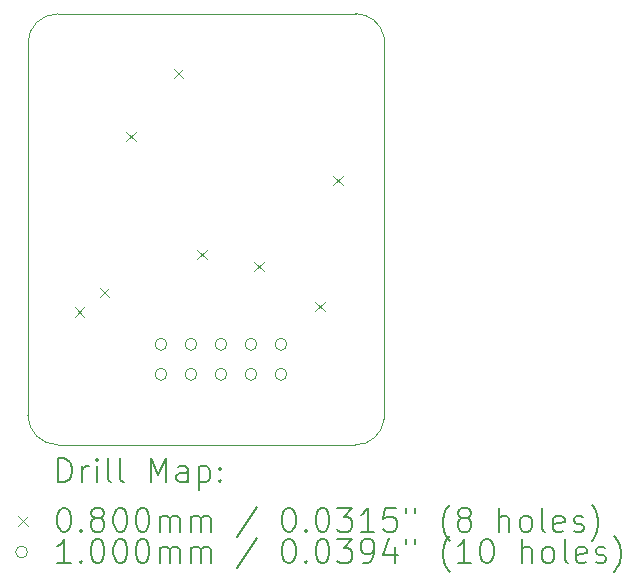
<source format=gbr>
%TF.GenerationSoftware,KiCad,Pcbnew,8.0.5*%
%TF.CreationDate,2024-11-27T14:21:57+01:00*%
%TF.ProjectId,TOF_PCB_COTE,544f465f-5043-4425-9f43-4f54452e6b69,rev?*%
%TF.SameCoordinates,Original*%
%TF.FileFunction,Drillmap*%
%TF.FilePolarity,Positive*%
%FSLAX45Y45*%
G04 Gerber Fmt 4.5, Leading zero omitted, Abs format (unit mm)*
G04 Created by KiCad (PCBNEW 8.0.5) date 2024-11-27 14:21:57*
%MOMM*%
%LPD*%
G01*
G04 APERTURE LIST*
%ADD10C,0.050000*%
%ADD11C,0.200000*%
%ADD12C,0.100000*%
G04 APERTURE END LIST*
D10*
X15100000Y-8100000D02*
G75*
G02*
X15339998Y-8295153I0J-245150D01*
G01*
X12325006Y-8350000D02*
G75*
G02*
X12576777Y-8101776I249984J-1760D01*
G01*
X15098223Y-11751777D02*
X12576777Y-11750006D01*
X12576777Y-8101777D02*
X15100000Y-8100000D01*
X12576777Y-11750006D02*
G75*
G02*
X12325000Y-11500000I3J251786D01*
G01*
X15340000Y-8295153D02*
X15340000Y-11535403D01*
X15340000Y-11535403D02*
G75*
G02*
X15098223Y-11751781I-241780J26893D01*
G01*
X12325000Y-11500000D02*
X12325000Y-8350000D01*
D11*
D12*
X12722500Y-10587500D02*
X12802500Y-10667500D01*
X12802500Y-10587500D02*
X12722500Y-10667500D01*
X12935000Y-10420000D02*
X13015000Y-10500000D01*
X13015000Y-10420000D02*
X12935000Y-10500000D01*
X13160000Y-9100000D02*
X13240000Y-9180000D01*
X13240000Y-9100000D02*
X13160000Y-9180000D01*
X13560000Y-8565000D02*
X13640000Y-8645000D01*
X13640000Y-8565000D02*
X13560000Y-8645000D01*
X13760754Y-10099246D02*
X13840754Y-10179246D01*
X13840754Y-10099246D02*
X13760754Y-10179246D01*
X14240000Y-10200000D02*
X14320000Y-10280000D01*
X14320000Y-10200000D02*
X14240000Y-10280000D01*
X14760000Y-10540000D02*
X14840000Y-10620000D01*
X14840000Y-10540000D02*
X14760000Y-10620000D01*
X14910000Y-9475000D02*
X14990000Y-9555000D01*
X14990000Y-9475000D02*
X14910000Y-9555000D01*
X13502000Y-10900000D02*
G75*
G02*
X13402000Y-10900000I-50000J0D01*
G01*
X13402000Y-10900000D02*
G75*
G02*
X13502000Y-10900000I50000J0D01*
G01*
X13502000Y-11154000D02*
G75*
G02*
X13402000Y-11154000I-50000J0D01*
G01*
X13402000Y-11154000D02*
G75*
G02*
X13502000Y-11154000I50000J0D01*
G01*
X13756000Y-10900000D02*
G75*
G02*
X13656000Y-10900000I-50000J0D01*
G01*
X13656000Y-10900000D02*
G75*
G02*
X13756000Y-10900000I50000J0D01*
G01*
X13756000Y-11154000D02*
G75*
G02*
X13656000Y-11154000I-50000J0D01*
G01*
X13656000Y-11154000D02*
G75*
G02*
X13756000Y-11154000I50000J0D01*
G01*
X14010000Y-10900000D02*
G75*
G02*
X13910000Y-10900000I-50000J0D01*
G01*
X13910000Y-10900000D02*
G75*
G02*
X14010000Y-10900000I50000J0D01*
G01*
X14010000Y-11154000D02*
G75*
G02*
X13910000Y-11154000I-50000J0D01*
G01*
X13910000Y-11154000D02*
G75*
G02*
X14010000Y-11154000I50000J0D01*
G01*
X14264000Y-10900000D02*
G75*
G02*
X14164000Y-10900000I-50000J0D01*
G01*
X14164000Y-10900000D02*
G75*
G02*
X14264000Y-10900000I50000J0D01*
G01*
X14264000Y-11154000D02*
G75*
G02*
X14164000Y-11154000I-50000J0D01*
G01*
X14164000Y-11154000D02*
G75*
G02*
X14264000Y-11154000I50000J0D01*
G01*
X14518000Y-10900000D02*
G75*
G02*
X14418000Y-10900000I-50000J0D01*
G01*
X14418000Y-10900000D02*
G75*
G02*
X14518000Y-10900000I50000J0D01*
G01*
X14518000Y-11154000D02*
G75*
G02*
X14418000Y-11154000I-50000J0D01*
G01*
X14418000Y-11154000D02*
G75*
G02*
X14518000Y-11154000I50000J0D01*
G01*
D11*
X12583277Y-12065760D02*
X12583277Y-11865760D01*
X12583277Y-11865760D02*
X12630896Y-11865760D01*
X12630896Y-11865760D02*
X12659467Y-11875284D01*
X12659467Y-11875284D02*
X12678515Y-11894332D01*
X12678515Y-11894332D02*
X12688039Y-11913379D01*
X12688039Y-11913379D02*
X12697562Y-11951475D01*
X12697562Y-11951475D02*
X12697562Y-11980046D01*
X12697562Y-11980046D02*
X12688039Y-12018141D01*
X12688039Y-12018141D02*
X12678515Y-12037189D01*
X12678515Y-12037189D02*
X12659467Y-12056237D01*
X12659467Y-12056237D02*
X12630896Y-12065760D01*
X12630896Y-12065760D02*
X12583277Y-12065760D01*
X12783277Y-12065760D02*
X12783277Y-11932427D01*
X12783277Y-11970522D02*
X12792801Y-11951475D01*
X12792801Y-11951475D02*
X12802324Y-11941951D01*
X12802324Y-11941951D02*
X12821372Y-11932427D01*
X12821372Y-11932427D02*
X12840420Y-11932427D01*
X12907086Y-12065760D02*
X12907086Y-11932427D01*
X12907086Y-11865760D02*
X12897562Y-11875284D01*
X12897562Y-11875284D02*
X12907086Y-11884808D01*
X12907086Y-11884808D02*
X12916610Y-11875284D01*
X12916610Y-11875284D02*
X12907086Y-11865760D01*
X12907086Y-11865760D02*
X12907086Y-11884808D01*
X13030896Y-12065760D02*
X13011848Y-12056237D01*
X13011848Y-12056237D02*
X13002324Y-12037189D01*
X13002324Y-12037189D02*
X13002324Y-11865760D01*
X13135658Y-12065760D02*
X13116610Y-12056237D01*
X13116610Y-12056237D02*
X13107086Y-12037189D01*
X13107086Y-12037189D02*
X13107086Y-11865760D01*
X13364229Y-12065760D02*
X13364229Y-11865760D01*
X13364229Y-11865760D02*
X13430896Y-12008618D01*
X13430896Y-12008618D02*
X13497562Y-11865760D01*
X13497562Y-11865760D02*
X13497562Y-12065760D01*
X13678515Y-12065760D02*
X13678515Y-11960999D01*
X13678515Y-11960999D02*
X13668991Y-11941951D01*
X13668991Y-11941951D02*
X13649943Y-11932427D01*
X13649943Y-11932427D02*
X13611848Y-11932427D01*
X13611848Y-11932427D02*
X13592801Y-11941951D01*
X13678515Y-12056237D02*
X13659467Y-12065760D01*
X13659467Y-12065760D02*
X13611848Y-12065760D01*
X13611848Y-12065760D02*
X13592801Y-12056237D01*
X13592801Y-12056237D02*
X13583277Y-12037189D01*
X13583277Y-12037189D02*
X13583277Y-12018141D01*
X13583277Y-12018141D02*
X13592801Y-11999094D01*
X13592801Y-11999094D02*
X13611848Y-11989570D01*
X13611848Y-11989570D02*
X13659467Y-11989570D01*
X13659467Y-11989570D02*
X13678515Y-11980046D01*
X13773753Y-11932427D02*
X13773753Y-12132427D01*
X13773753Y-11941951D02*
X13792801Y-11932427D01*
X13792801Y-11932427D02*
X13830896Y-11932427D01*
X13830896Y-11932427D02*
X13849943Y-11941951D01*
X13849943Y-11941951D02*
X13859467Y-11951475D01*
X13859467Y-11951475D02*
X13868991Y-11970522D01*
X13868991Y-11970522D02*
X13868991Y-12027665D01*
X13868991Y-12027665D02*
X13859467Y-12046713D01*
X13859467Y-12046713D02*
X13849943Y-12056237D01*
X13849943Y-12056237D02*
X13830896Y-12065760D01*
X13830896Y-12065760D02*
X13792801Y-12065760D01*
X13792801Y-12065760D02*
X13773753Y-12056237D01*
X13954705Y-12046713D02*
X13964229Y-12056237D01*
X13964229Y-12056237D02*
X13954705Y-12065760D01*
X13954705Y-12065760D02*
X13945182Y-12056237D01*
X13945182Y-12056237D02*
X13954705Y-12046713D01*
X13954705Y-12046713D02*
X13954705Y-12065760D01*
X13954705Y-11941951D02*
X13964229Y-11951475D01*
X13964229Y-11951475D02*
X13954705Y-11960999D01*
X13954705Y-11960999D02*
X13945182Y-11951475D01*
X13945182Y-11951475D02*
X13954705Y-11941951D01*
X13954705Y-11941951D02*
X13954705Y-11960999D01*
D12*
X12242500Y-12354277D02*
X12322500Y-12434277D01*
X12322500Y-12354277D02*
X12242500Y-12434277D01*
D11*
X12621372Y-12285760D02*
X12640420Y-12285760D01*
X12640420Y-12285760D02*
X12659467Y-12295284D01*
X12659467Y-12295284D02*
X12668991Y-12304808D01*
X12668991Y-12304808D02*
X12678515Y-12323856D01*
X12678515Y-12323856D02*
X12688039Y-12361951D01*
X12688039Y-12361951D02*
X12688039Y-12409570D01*
X12688039Y-12409570D02*
X12678515Y-12447665D01*
X12678515Y-12447665D02*
X12668991Y-12466713D01*
X12668991Y-12466713D02*
X12659467Y-12476237D01*
X12659467Y-12476237D02*
X12640420Y-12485760D01*
X12640420Y-12485760D02*
X12621372Y-12485760D01*
X12621372Y-12485760D02*
X12602324Y-12476237D01*
X12602324Y-12476237D02*
X12592801Y-12466713D01*
X12592801Y-12466713D02*
X12583277Y-12447665D01*
X12583277Y-12447665D02*
X12573753Y-12409570D01*
X12573753Y-12409570D02*
X12573753Y-12361951D01*
X12573753Y-12361951D02*
X12583277Y-12323856D01*
X12583277Y-12323856D02*
X12592801Y-12304808D01*
X12592801Y-12304808D02*
X12602324Y-12295284D01*
X12602324Y-12295284D02*
X12621372Y-12285760D01*
X12773753Y-12466713D02*
X12783277Y-12476237D01*
X12783277Y-12476237D02*
X12773753Y-12485760D01*
X12773753Y-12485760D02*
X12764229Y-12476237D01*
X12764229Y-12476237D02*
X12773753Y-12466713D01*
X12773753Y-12466713D02*
X12773753Y-12485760D01*
X12897562Y-12371475D02*
X12878515Y-12361951D01*
X12878515Y-12361951D02*
X12868991Y-12352427D01*
X12868991Y-12352427D02*
X12859467Y-12333379D01*
X12859467Y-12333379D02*
X12859467Y-12323856D01*
X12859467Y-12323856D02*
X12868991Y-12304808D01*
X12868991Y-12304808D02*
X12878515Y-12295284D01*
X12878515Y-12295284D02*
X12897562Y-12285760D01*
X12897562Y-12285760D02*
X12935658Y-12285760D01*
X12935658Y-12285760D02*
X12954705Y-12295284D01*
X12954705Y-12295284D02*
X12964229Y-12304808D01*
X12964229Y-12304808D02*
X12973753Y-12323856D01*
X12973753Y-12323856D02*
X12973753Y-12333379D01*
X12973753Y-12333379D02*
X12964229Y-12352427D01*
X12964229Y-12352427D02*
X12954705Y-12361951D01*
X12954705Y-12361951D02*
X12935658Y-12371475D01*
X12935658Y-12371475D02*
X12897562Y-12371475D01*
X12897562Y-12371475D02*
X12878515Y-12380999D01*
X12878515Y-12380999D02*
X12868991Y-12390522D01*
X12868991Y-12390522D02*
X12859467Y-12409570D01*
X12859467Y-12409570D02*
X12859467Y-12447665D01*
X12859467Y-12447665D02*
X12868991Y-12466713D01*
X12868991Y-12466713D02*
X12878515Y-12476237D01*
X12878515Y-12476237D02*
X12897562Y-12485760D01*
X12897562Y-12485760D02*
X12935658Y-12485760D01*
X12935658Y-12485760D02*
X12954705Y-12476237D01*
X12954705Y-12476237D02*
X12964229Y-12466713D01*
X12964229Y-12466713D02*
X12973753Y-12447665D01*
X12973753Y-12447665D02*
X12973753Y-12409570D01*
X12973753Y-12409570D02*
X12964229Y-12390522D01*
X12964229Y-12390522D02*
X12954705Y-12380999D01*
X12954705Y-12380999D02*
X12935658Y-12371475D01*
X13097562Y-12285760D02*
X13116610Y-12285760D01*
X13116610Y-12285760D02*
X13135658Y-12295284D01*
X13135658Y-12295284D02*
X13145182Y-12304808D01*
X13145182Y-12304808D02*
X13154705Y-12323856D01*
X13154705Y-12323856D02*
X13164229Y-12361951D01*
X13164229Y-12361951D02*
X13164229Y-12409570D01*
X13164229Y-12409570D02*
X13154705Y-12447665D01*
X13154705Y-12447665D02*
X13145182Y-12466713D01*
X13145182Y-12466713D02*
X13135658Y-12476237D01*
X13135658Y-12476237D02*
X13116610Y-12485760D01*
X13116610Y-12485760D02*
X13097562Y-12485760D01*
X13097562Y-12485760D02*
X13078515Y-12476237D01*
X13078515Y-12476237D02*
X13068991Y-12466713D01*
X13068991Y-12466713D02*
X13059467Y-12447665D01*
X13059467Y-12447665D02*
X13049943Y-12409570D01*
X13049943Y-12409570D02*
X13049943Y-12361951D01*
X13049943Y-12361951D02*
X13059467Y-12323856D01*
X13059467Y-12323856D02*
X13068991Y-12304808D01*
X13068991Y-12304808D02*
X13078515Y-12295284D01*
X13078515Y-12295284D02*
X13097562Y-12285760D01*
X13288039Y-12285760D02*
X13307086Y-12285760D01*
X13307086Y-12285760D02*
X13326134Y-12295284D01*
X13326134Y-12295284D02*
X13335658Y-12304808D01*
X13335658Y-12304808D02*
X13345182Y-12323856D01*
X13345182Y-12323856D02*
X13354705Y-12361951D01*
X13354705Y-12361951D02*
X13354705Y-12409570D01*
X13354705Y-12409570D02*
X13345182Y-12447665D01*
X13345182Y-12447665D02*
X13335658Y-12466713D01*
X13335658Y-12466713D02*
X13326134Y-12476237D01*
X13326134Y-12476237D02*
X13307086Y-12485760D01*
X13307086Y-12485760D02*
X13288039Y-12485760D01*
X13288039Y-12485760D02*
X13268991Y-12476237D01*
X13268991Y-12476237D02*
X13259467Y-12466713D01*
X13259467Y-12466713D02*
X13249943Y-12447665D01*
X13249943Y-12447665D02*
X13240420Y-12409570D01*
X13240420Y-12409570D02*
X13240420Y-12361951D01*
X13240420Y-12361951D02*
X13249943Y-12323856D01*
X13249943Y-12323856D02*
X13259467Y-12304808D01*
X13259467Y-12304808D02*
X13268991Y-12295284D01*
X13268991Y-12295284D02*
X13288039Y-12285760D01*
X13440420Y-12485760D02*
X13440420Y-12352427D01*
X13440420Y-12371475D02*
X13449943Y-12361951D01*
X13449943Y-12361951D02*
X13468991Y-12352427D01*
X13468991Y-12352427D02*
X13497563Y-12352427D01*
X13497563Y-12352427D02*
X13516610Y-12361951D01*
X13516610Y-12361951D02*
X13526134Y-12380999D01*
X13526134Y-12380999D02*
X13526134Y-12485760D01*
X13526134Y-12380999D02*
X13535658Y-12361951D01*
X13535658Y-12361951D02*
X13554705Y-12352427D01*
X13554705Y-12352427D02*
X13583277Y-12352427D01*
X13583277Y-12352427D02*
X13602324Y-12361951D01*
X13602324Y-12361951D02*
X13611848Y-12380999D01*
X13611848Y-12380999D02*
X13611848Y-12485760D01*
X13707086Y-12485760D02*
X13707086Y-12352427D01*
X13707086Y-12371475D02*
X13716610Y-12361951D01*
X13716610Y-12361951D02*
X13735658Y-12352427D01*
X13735658Y-12352427D02*
X13764229Y-12352427D01*
X13764229Y-12352427D02*
X13783277Y-12361951D01*
X13783277Y-12361951D02*
X13792801Y-12380999D01*
X13792801Y-12380999D02*
X13792801Y-12485760D01*
X13792801Y-12380999D02*
X13802324Y-12361951D01*
X13802324Y-12361951D02*
X13821372Y-12352427D01*
X13821372Y-12352427D02*
X13849943Y-12352427D01*
X13849943Y-12352427D02*
X13868991Y-12361951D01*
X13868991Y-12361951D02*
X13878515Y-12380999D01*
X13878515Y-12380999D02*
X13878515Y-12485760D01*
X14268991Y-12276237D02*
X14097563Y-12533379D01*
X14526134Y-12285760D02*
X14545182Y-12285760D01*
X14545182Y-12285760D02*
X14564229Y-12295284D01*
X14564229Y-12295284D02*
X14573753Y-12304808D01*
X14573753Y-12304808D02*
X14583277Y-12323856D01*
X14583277Y-12323856D02*
X14592801Y-12361951D01*
X14592801Y-12361951D02*
X14592801Y-12409570D01*
X14592801Y-12409570D02*
X14583277Y-12447665D01*
X14583277Y-12447665D02*
X14573753Y-12466713D01*
X14573753Y-12466713D02*
X14564229Y-12476237D01*
X14564229Y-12476237D02*
X14545182Y-12485760D01*
X14545182Y-12485760D02*
X14526134Y-12485760D01*
X14526134Y-12485760D02*
X14507086Y-12476237D01*
X14507086Y-12476237D02*
X14497563Y-12466713D01*
X14497563Y-12466713D02*
X14488039Y-12447665D01*
X14488039Y-12447665D02*
X14478515Y-12409570D01*
X14478515Y-12409570D02*
X14478515Y-12361951D01*
X14478515Y-12361951D02*
X14488039Y-12323856D01*
X14488039Y-12323856D02*
X14497563Y-12304808D01*
X14497563Y-12304808D02*
X14507086Y-12295284D01*
X14507086Y-12295284D02*
X14526134Y-12285760D01*
X14678515Y-12466713D02*
X14688039Y-12476237D01*
X14688039Y-12476237D02*
X14678515Y-12485760D01*
X14678515Y-12485760D02*
X14668991Y-12476237D01*
X14668991Y-12476237D02*
X14678515Y-12466713D01*
X14678515Y-12466713D02*
X14678515Y-12485760D01*
X14811848Y-12285760D02*
X14830896Y-12285760D01*
X14830896Y-12285760D02*
X14849944Y-12295284D01*
X14849944Y-12295284D02*
X14859467Y-12304808D01*
X14859467Y-12304808D02*
X14868991Y-12323856D01*
X14868991Y-12323856D02*
X14878515Y-12361951D01*
X14878515Y-12361951D02*
X14878515Y-12409570D01*
X14878515Y-12409570D02*
X14868991Y-12447665D01*
X14868991Y-12447665D02*
X14859467Y-12466713D01*
X14859467Y-12466713D02*
X14849944Y-12476237D01*
X14849944Y-12476237D02*
X14830896Y-12485760D01*
X14830896Y-12485760D02*
X14811848Y-12485760D01*
X14811848Y-12485760D02*
X14792801Y-12476237D01*
X14792801Y-12476237D02*
X14783277Y-12466713D01*
X14783277Y-12466713D02*
X14773753Y-12447665D01*
X14773753Y-12447665D02*
X14764229Y-12409570D01*
X14764229Y-12409570D02*
X14764229Y-12361951D01*
X14764229Y-12361951D02*
X14773753Y-12323856D01*
X14773753Y-12323856D02*
X14783277Y-12304808D01*
X14783277Y-12304808D02*
X14792801Y-12295284D01*
X14792801Y-12295284D02*
X14811848Y-12285760D01*
X14945182Y-12285760D02*
X15068991Y-12285760D01*
X15068991Y-12285760D02*
X15002325Y-12361951D01*
X15002325Y-12361951D02*
X15030896Y-12361951D01*
X15030896Y-12361951D02*
X15049944Y-12371475D01*
X15049944Y-12371475D02*
X15059467Y-12380999D01*
X15059467Y-12380999D02*
X15068991Y-12400046D01*
X15068991Y-12400046D02*
X15068991Y-12447665D01*
X15068991Y-12447665D02*
X15059467Y-12466713D01*
X15059467Y-12466713D02*
X15049944Y-12476237D01*
X15049944Y-12476237D02*
X15030896Y-12485760D01*
X15030896Y-12485760D02*
X14973753Y-12485760D01*
X14973753Y-12485760D02*
X14954706Y-12476237D01*
X14954706Y-12476237D02*
X14945182Y-12466713D01*
X15259467Y-12485760D02*
X15145182Y-12485760D01*
X15202325Y-12485760D02*
X15202325Y-12285760D01*
X15202325Y-12285760D02*
X15183277Y-12314332D01*
X15183277Y-12314332D02*
X15164229Y-12333379D01*
X15164229Y-12333379D02*
X15145182Y-12342903D01*
X15440420Y-12285760D02*
X15345182Y-12285760D01*
X15345182Y-12285760D02*
X15335658Y-12380999D01*
X15335658Y-12380999D02*
X15345182Y-12371475D01*
X15345182Y-12371475D02*
X15364229Y-12361951D01*
X15364229Y-12361951D02*
X15411848Y-12361951D01*
X15411848Y-12361951D02*
X15430896Y-12371475D01*
X15430896Y-12371475D02*
X15440420Y-12380999D01*
X15440420Y-12380999D02*
X15449944Y-12400046D01*
X15449944Y-12400046D02*
X15449944Y-12447665D01*
X15449944Y-12447665D02*
X15440420Y-12466713D01*
X15440420Y-12466713D02*
X15430896Y-12476237D01*
X15430896Y-12476237D02*
X15411848Y-12485760D01*
X15411848Y-12485760D02*
X15364229Y-12485760D01*
X15364229Y-12485760D02*
X15345182Y-12476237D01*
X15345182Y-12476237D02*
X15335658Y-12466713D01*
X15526134Y-12285760D02*
X15526134Y-12323856D01*
X15602325Y-12285760D02*
X15602325Y-12323856D01*
X15897563Y-12561951D02*
X15888039Y-12552427D01*
X15888039Y-12552427D02*
X15868991Y-12523856D01*
X15868991Y-12523856D02*
X15859468Y-12504808D01*
X15859468Y-12504808D02*
X15849944Y-12476237D01*
X15849944Y-12476237D02*
X15840420Y-12428618D01*
X15840420Y-12428618D02*
X15840420Y-12390522D01*
X15840420Y-12390522D02*
X15849944Y-12342903D01*
X15849944Y-12342903D02*
X15859468Y-12314332D01*
X15859468Y-12314332D02*
X15868991Y-12295284D01*
X15868991Y-12295284D02*
X15888039Y-12266713D01*
X15888039Y-12266713D02*
X15897563Y-12257189D01*
X16002325Y-12371475D02*
X15983277Y-12361951D01*
X15983277Y-12361951D02*
X15973753Y-12352427D01*
X15973753Y-12352427D02*
X15964229Y-12333379D01*
X15964229Y-12333379D02*
X15964229Y-12323856D01*
X15964229Y-12323856D02*
X15973753Y-12304808D01*
X15973753Y-12304808D02*
X15983277Y-12295284D01*
X15983277Y-12295284D02*
X16002325Y-12285760D01*
X16002325Y-12285760D02*
X16040420Y-12285760D01*
X16040420Y-12285760D02*
X16059468Y-12295284D01*
X16059468Y-12295284D02*
X16068991Y-12304808D01*
X16068991Y-12304808D02*
X16078515Y-12323856D01*
X16078515Y-12323856D02*
X16078515Y-12333379D01*
X16078515Y-12333379D02*
X16068991Y-12352427D01*
X16068991Y-12352427D02*
X16059468Y-12361951D01*
X16059468Y-12361951D02*
X16040420Y-12371475D01*
X16040420Y-12371475D02*
X16002325Y-12371475D01*
X16002325Y-12371475D02*
X15983277Y-12380999D01*
X15983277Y-12380999D02*
X15973753Y-12390522D01*
X15973753Y-12390522D02*
X15964229Y-12409570D01*
X15964229Y-12409570D02*
X15964229Y-12447665D01*
X15964229Y-12447665D02*
X15973753Y-12466713D01*
X15973753Y-12466713D02*
X15983277Y-12476237D01*
X15983277Y-12476237D02*
X16002325Y-12485760D01*
X16002325Y-12485760D02*
X16040420Y-12485760D01*
X16040420Y-12485760D02*
X16059468Y-12476237D01*
X16059468Y-12476237D02*
X16068991Y-12466713D01*
X16068991Y-12466713D02*
X16078515Y-12447665D01*
X16078515Y-12447665D02*
X16078515Y-12409570D01*
X16078515Y-12409570D02*
X16068991Y-12390522D01*
X16068991Y-12390522D02*
X16059468Y-12380999D01*
X16059468Y-12380999D02*
X16040420Y-12371475D01*
X16316610Y-12485760D02*
X16316610Y-12285760D01*
X16402325Y-12485760D02*
X16402325Y-12380999D01*
X16402325Y-12380999D02*
X16392801Y-12361951D01*
X16392801Y-12361951D02*
X16373753Y-12352427D01*
X16373753Y-12352427D02*
X16345182Y-12352427D01*
X16345182Y-12352427D02*
X16326134Y-12361951D01*
X16326134Y-12361951D02*
X16316610Y-12371475D01*
X16526134Y-12485760D02*
X16507087Y-12476237D01*
X16507087Y-12476237D02*
X16497563Y-12466713D01*
X16497563Y-12466713D02*
X16488039Y-12447665D01*
X16488039Y-12447665D02*
X16488039Y-12390522D01*
X16488039Y-12390522D02*
X16497563Y-12371475D01*
X16497563Y-12371475D02*
X16507087Y-12361951D01*
X16507087Y-12361951D02*
X16526134Y-12352427D01*
X16526134Y-12352427D02*
X16554706Y-12352427D01*
X16554706Y-12352427D02*
X16573753Y-12361951D01*
X16573753Y-12361951D02*
X16583277Y-12371475D01*
X16583277Y-12371475D02*
X16592801Y-12390522D01*
X16592801Y-12390522D02*
X16592801Y-12447665D01*
X16592801Y-12447665D02*
X16583277Y-12466713D01*
X16583277Y-12466713D02*
X16573753Y-12476237D01*
X16573753Y-12476237D02*
X16554706Y-12485760D01*
X16554706Y-12485760D02*
X16526134Y-12485760D01*
X16707087Y-12485760D02*
X16688039Y-12476237D01*
X16688039Y-12476237D02*
X16678515Y-12457189D01*
X16678515Y-12457189D02*
X16678515Y-12285760D01*
X16859468Y-12476237D02*
X16840420Y-12485760D01*
X16840420Y-12485760D02*
X16802325Y-12485760D01*
X16802325Y-12485760D02*
X16783277Y-12476237D01*
X16783277Y-12476237D02*
X16773753Y-12457189D01*
X16773753Y-12457189D02*
X16773753Y-12380999D01*
X16773753Y-12380999D02*
X16783277Y-12361951D01*
X16783277Y-12361951D02*
X16802325Y-12352427D01*
X16802325Y-12352427D02*
X16840420Y-12352427D01*
X16840420Y-12352427D02*
X16859468Y-12361951D01*
X16859468Y-12361951D02*
X16868992Y-12380999D01*
X16868992Y-12380999D02*
X16868992Y-12400046D01*
X16868992Y-12400046D02*
X16773753Y-12419094D01*
X16945182Y-12476237D02*
X16964230Y-12485760D01*
X16964230Y-12485760D02*
X17002325Y-12485760D01*
X17002325Y-12485760D02*
X17021373Y-12476237D01*
X17021373Y-12476237D02*
X17030896Y-12457189D01*
X17030896Y-12457189D02*
X17030896Y-12447665D01*
X17030896Y-12447665D02*
X17021373Y-12428618D01*
X17021373Y-12428618D02*
X17002325Y-12419094D01*
X17002325Y-12419094D02*
X16973753Y-12419094D01*
X16973753Y-12419094D02*
X16954706Y-12409570D01*
X16954706Y-12409570D02*
X16945182Y-12390522D01*
X16945182Y-12390522D02*
X16945182Y-12380999D01*
X16945182Y-12380999D02*
X16954706Y-12361951D01*
X16954706Y-12361951D02*
X16973753Y-12352427D01*
X16973753Y-12352427D02*
X17002325Y-12352427D01*
X17002325Y-12352427D02*
X17021373Y-12361951D01*
X17097563Y-12561951D02*
X17107087Y-12552427D01*
X17107087Y-12552427D02*
X17126134Y-12523856D01*
X17126134Y-12523856D02*
X17135658Y-12504808D01*
X17135658Y-12504808D02*
X17145182Y-12476237D01*
X17145182Y-12476237D02*
X17154706Y-12428618D01*
X17154706Y-12428618D02*
X17154706Y-12390522D01*
X17154706Y-12390522D02*
X17145182Y-12342903D01*
X17145182Y-12342903D02*
X17135658Y-12314332D01*
X17135658Y-12314332D02*
X17126134Y-12295284D01*
X17126134Y-12295284D02*
X17107087Y-12266713D01*
X17107087Y-12266713D02*
X17097563Y-12257189D01*
D12*
X12322500Y-12658277D02*
G75*
G02*
X12222500Y-12658277I-50000J0D01*
G01*
X12222500Y-12658277D02*
G75*
G02*
X12322500Y-12658277I50000J0D01*
G01*
D11*
X12688039Y-12749760D02*
X12573753Y-12749760D01*
X12630896Y-12749760D02*
X12630896Y-12549760D01*
X12630896Y-12549760D02*
X12611848Y-12578332D01*
X12611848Y-12578332D02*
X12592801Y-12597379D01*
X12592801Y-12597379D02*
X12573753Y-12606903D01*
X12773753Y-12730713D02*
X12783277Y-12740237D01*
X12783277Y-12740237D02*
X12773753Y-12749760D01*
X12773753Y-12749760D02*
X12764229Y-12740237D01*
X12764229Y-12740237D02*
X12773753Y-12730713D01*
X12773753Y-12730713D02*
X12773753Y-12749760D01*
X12907086Y-12549760D02*
X12926134Y-12549760D01*
X12926134Y-12549760D02*
X12945182Y-12559284D01*
X12945182Y-12559284D02*
X12954705Y-12568808D01*
X12954705Y-12568808D02*
X12964229Y-12587856D01*
X12964229Y-12587856D02*
X12973753Y-12625951D01*
X12973753Y-12625951D02*
X12973753Y-12673570D01*
X12973753Y-12673570D02*
X12964229Y-12711665D01*
X12964229Y-12711665D02*
X12954705Y-12730713D01*
X12954705Y-12730713D02*
X12945182Y-12740237D01*
X12945182Y-12740237D02*
X12926134Y-12749760D01*
X12926134Y-12749760D02*
X12907086Y-12749760D01*
X12907086Y-12749760D02*
X12888039Y-12740237D01*
X12888039Y-12740237D02*
X12878515Y-12730713D01*
X12878515Y-12730713D02*
X12868991Y-12711665D01*
X12868991Y-12711665D02*
X12859467Y-12673570D01*
X12859467Y-12673570D02*
X12859467Y-12625951D01*
X12859467Y-12625951D02*
X12868991Y-12587856D01*
X12868991Y-12587856D02*
X12878515Y-12568808D01*
X12878515Y-12568808D02*
X12888039Y-12559284D01*
X12888039Y-12559284D02*
X12907086Y-12549760D01*
X13097562Y-12549760D02*
X13116610Y-12549760D01*
X13116610Y-12549760D02*
X13135658Y-12559284D01*
X13135658Y-12559284D02*
X13145182Y-12568808D01*
X13145182Y-12568808D02*
X13154705Y-12587856D01*
X13154705Y-12587856D02*
X13164229Y-12625951D01*
X13164229Y-12625951D02*
X13164229Y-12673570D01*
X13164229Y-12673570D02*
X13154705Y-12711665D01*
X13154705Y-12711665D02*
X13145182Y-12730713D01*
X13145182Y-12730713D02*
X13135658Y-12740237D01*
X13135658Y-12740237D02*
X13116610Y-12749760D01*
X13116610Y-12749760D02*
X13097562Y-12749760D01*
X13097562Y-12749760D02*
X13078515Y-12740237D01*
X13078515Y-12740237D02*
X13068991Y-12730713D01*
X13068991Y-12730713D02*
X13059467Y-12711665D01*
X13059467Y-12711665D02*
X13049943Y-12673570D01*
X13049943Y-12673570D02*
X13049943Y-12625951D01*
X13049943Y-12625951D02*
X13059467Y-12587856D01*
X13059467Y-12587856D02*
X13068991Y-12568808D01*
X13068991Y-12568808D02*
X13078515Y-12559284D01*
X13078515Y-12559284D02*
X13097562Y-12549760D01*
X13288039Y-12549760D02*
X13307086Y-12549760D01*
X13307086Y-12549760D02*
X13326134Y-12559284D01*
X13326134Y-12559284D02*
X13335658Y-12568808D01*
X13335658Y-12568808D02*
X13345182Y-12587856D01*
X13345182Y-12587856D02*
X13354705Y-12625951D01*
X13354705Y-12625951D02*
X13354705Y-12673570D01*
X13354705Y-12673570D02*
X13345182Y-12711665D01*
X13345182Y-12711665D02*
X13335658Y-12730713D01*
X13335658Y-12730713D02*
X13326134Y-12740237D01*
X13326134Y-12740237D02*
X13307086Y-12749760D01*
X13307086Y-12749760D02*
X13288039Y-12749760D01*
X13288039Y-12749760D02*
X13268991Y-12740237D01*
X13268991Y-12740237D02*
X13259467Y-12730713D01*
X13259467Y-12730713D02*
X13249943Y-12711665D01*
X13249943Y-12711665D02*
X13240420Y-12673570D01*
X13240420Y-12673570D02*
X13240420Y-12625951D01*
X13240420Y-12625951D02*
X13249943Y-12587856D01*
X13249943Y-12587856D02*
X13259467Y-12568808D01*
X13259467Y-12568808D02*
X13268991Y-12559284D01*
X13268991Y-12559284D02*
X13288039Y-12549760D01*
X13440420Y-12749760D02*
X13440420Y-12616427D01*
X13440420Y-12635475D02*
X13449943Y-12625951D01*
X13449943Y-12625951D02*
X13468991Y-12616427D01*
X13468991Y-12616427D02*
X13497563Y-12616427D01*
X13497563Y-12616427D02*
X13516610Y-12625951D01*
X13516610Y-12625951D02*
X13526134Y-12644999D01*
X13526134Y-12644999D02*
X13526134Y-12749760D01*
X13526134Y-12644999D02*
X13535658Y-12625951D01*
X13535658Y-12625951D02*
X13554705Y-12616427D01*
X13554705Y-12616427D02*
X13583277Y-12616427D01*
X13583277Y-12616427D02*
X13602324Y-12625951D01*
X13602324Y-12625951D02*
X13611848Y-12644999D01*
X13611848Y-12644999D02*
X13611848Y-12749760D01*
X13707086Y-12749760D02*
X13707086Y-12616427D01*
X13707086Y-12635475D02*
X13716610Y-12625951D01*
X13716610Y-12625951D02*
X13735658Y-12616427D01*
X13735658Y-12616427D02*
X13764229Y-12616427D01*
X13764229Y-12616427D02*
X13783277Y-12625951D01*
X13783277Y-12625951D02*
X13792801Y-12644999D01*
X13792801Y-12644999D02*
X13792801Y-12749760D01*
X13792801Y-12644999D02*
X13802324Y-12625951D01*
X13802324Y-12625951D02*
X13821372Y-12616427D01*
X13821372Y-12616427D02*
X13849943Y-12616427D01*
X13849943Y-12616427D02*
X13868991Y-12625951D01*
X13868991Y-12625951D02*
X13878515Y-12644999D01*
X13878515Y-12644999D02*
X13878515Y-12749760D01*
X14268991Y-12540237D02*
X14097563Y-12797379D01*
X14526134Y-12549760D02*
X14545182Y-12549760D01*
X14545182Y-12549760D02*
X14564229Y-12559284D01*
X14564229Y-12559284D02*
X14573753Y-12568808D01*
X14573753Y-12568808D02*
X14583277Y-12587856D01*
X14583277Y-12587856D02*
X14592801Y-12625951D01*
X14592801Y-12625951D02*
X14592801Y-12673570D01*
X14592801Y-12673570D02*
X14583277Y-12711665D01*
X14583277Y-12711665D02*
X14573753Y-12730713D01*
X14573753Y-12730713D02*
X14564229Y-12740237D01*
X14564229Y-12740237D02*
X14545182Y-12749760D01*
X14545182Y-12749760D02*
X14526134Y-12749760D01*
X14526134Y-12749760D02*
X14507086Y-12740237D01*
X14507086Y-12740237D02*
X14497563Y-12730713D01*
X14497563Y-12730713D02*
X14488039Y-12711665D01*
X14488039Y-12711665D02*
X14478515Y-12673570D01*
X14478515Y-12673570D02*
X14478515Y-12625951D01*
X14478515Y-12625951D02*
X14488039Y-12587856D01*
X14488039Y-12587856D02*
X14497563Y-12568808D01*
X14497563Y-12568808D02*
X14507086Y-12559284D01*
X14507086Y-12559284D02*
X14526134Y-12549760D01*
X14678515Y-12730713D02*
X14688039Y-12740237D01*
X14688039Y-12740237D02*
X14678515Y-12749760D01*
X14678515Y-12749760D02*
X14668991Y-12740237D01*
X14668991Y-12740237D02*
X14678515Y-12730713D01*
X14678515Y-12730713D02*
X14678515Y-12749760D01*
X14811848Y-12549760D02*
X14830896Y-12549760D01*
X14830896Y-12549760D02*
X14849944Y-12559284D01*
X14849944Y-12559284D02*
X14859467Y-12568808D01*
X14859467Y-12568808D02*
X14868991Y-12587856D01*
X14868991Y-12587856D02*
X14878515Y-12625951D01*
X14878515Y-12625951D02*
X14878515Y-12673570D01*
X14878515Y-12673570D02*
X14868991Y-12711665D01*
X14868991Y-12711665D02*
X14859467Y-12730713D01*
X14859467Y-12730713D02*
X14849944Y-12740237D01*
X14849944Y-12740237D02*
X14830896Y-12749760D01*
X14830896Y-12749760D02*
X14811848Y-12749760D01*
X14811848Y-12749760D02*
X14792801Y-12740237D01*
X14792801Y-12740237D02*
X14783277Y-12730713D01*
X14783277Y-12730713D02*
X14773753Y-12711665D01*
X14773753Y-12711665D02*
X14764229Y-12673570D01*
X14764229Y-12673570D02*
X14764229Y-12625951D01*
X14764229Y-12625951D02*
X14773753Y-12587856D01*
X14773753Y-12587856D02*
X14783277Y-12568808D01*
X14783277Y-12568808D02*
X14792801Y-12559284D01*
X14792801Y-12559284D02*
X14811848Y-12549760D01*
X14945182Y-12549760D02*
X15068991Y-12549760D01*
X15068991Y-12549760D02*
X15002325Y-12625951D01*
X15002325Y-12625951D02*
X15030896Y-12625951D01*
X15030896Y-12625951D02*
X15049944Y-12635475D01*
X15049944Y-12635475D02*
X15059467Y-12644999D01*
X15059467Y-12644999D02*
X15068991Y-12664046D01*
X15068991Y-12664046D02*
X15068991Y-12711665D01*
X15068991Y-12711665D02*
X15059467Y-12730713D01*
X15059467Y-12730713D02*
X15049944Y-12740237D01*
X15049944Y-12740237D02*
X15030896Y-12749760D01*
X15030896Y-12749760D02*
X14973753Y-12749760D01*
X14973753Y-12749760D02*
X14954706Y-12740237D01*
X14954706Y-12740237D02*
X14945182Y-12730713D01*
X15164229Y-12749760D02*
X15202325Y-12749760D01*
X15202325Y-12749760D02*
X15221372Y-12740237D01*
X15221372Y-12740237D02*
X15230896Y-12730713D01*
X15230896Y-12730713D02*
X15249944Y-12702141D01*
X15249944Y-12702141D02*
X15259467Y-12664046D01*
X15259467Y-12664046D02*
X15259467Y-12587856D01*
X15259467Y-12587856D02*
X15249944Y-12568808D01*
X15249944Y-12568808D02*
X15240420Y-12559284D01*
X15240420Y-12559284D02*
X15221372Y-12549760D01*
X15221372Y-12549760D02*
X15183277Y-12549760D01*
X15183277Y-12549760D02*
X15164229Y-12559284D01*
X15164229Y-12559284D02*
X15154706Y-12568808D01*
X15154706Y-12568808D02*
X15145182Y-12587856D01*
X15145182Y-12587856D02*
X15145182Y-12635475D01*
X15145182Y-12635475D02*
X15154706Y-12654522D01*
X15154706Y-12654522D02*
X15164229Y-12664046D01*
X15164229Y-12664046D02*
X15183277Y-12673570D01*
X15183277Y-12673570D02*
X15221372Y-12673570D01*
X15221372Y-12673570D02*
X15240420Y-12664046D01*
X15240420Y-12664046D02*
X15249944Y-12654522D01*
X15249944Y-12654522D02*
X15259467Y-12635475D01*
X15430896Y-12616427D02*
X15430896Y-12749760D01*
X15383277Y-12540237D02*
X15335658Y-12683094D01*
X15335658Y-12683094D02*
X15459467Y-12683094D01*
X15526134Y-12549760D02*
X15526134Y-12587856D01*
X15602325Y-12549760D02*
X15602325Y-12587856D01*
X15897563Y-12825951D02*
X15888039Y-12816427D01*
X15888039Y-12816427D02*
X15868991Y-12787856D01*
X15868991Y-12787856D02*
X15859468Y-12768808D01*
X15859468Y-12768808D02*
X15849944Y-12740237D01*
X15849944Y-12740237D02*
X15840420Y-12692618D01*
X15840420Y-12692618D02*
X15840420Y-12654522D01*
X15840420Y-12654522D02*
X15849944Y-12606903D01*
X15849944Y-12606903D02*
X15859468Y-12578332D01*
X15859468Y-12578332D02*
X15868991Y-12559284D01*
X15868991Y-12559284D02*
X15888039Y-12530713D01*
X15888039Y-12530713D02*
X15897563Y-12521189D01*
X16078515Y-12749760D02*
X15964229Y-12749760D01*
X16021372Y-12749760D02*
X16021372Y-12549760D01*
X16021372Y-12549760D02*
X16002325Y-12578332D01*
X16002325Y-12578332D02*
X15983277Y-12597379D01*
X15983277Y-12597379D02*
X15964229Y-12606903D01*
X16202325Y-12549760D02*
X16221372Y-12549760D01*
X16221372Y-12549760D02*
X16240420Y-12559284D01*
X16240420Y-12559284D02*
X16249944Y-12568808D01*
X16249944Y-12568808D02*
X16259468Y-12587856D01*
X16259468Y-12587856D02*
X16268991Y-12625951D01*
X16268991Y-12625951D02*
X16268991Y-12673570D01*
X16268991Y-12673570D02*
X16259468Y-12711665D01*
X16259468Y-12711665D02*
X16249944Y-12730713D01*
X16249944Y-12730713D02*
X16240420Y-12740237D01*
X16240420Y-12740237D02*
X16221372Y-12749760D01*
X16221372Y-12749760D02*
X16202325Y-12749760D01*
X16202325Y-12749760D02*
X16183277Y-12740237D01*
X16183277Y-12740237D02*
X16173753Y-12730713D01*
X16173753Y-12730713D02*
X16164229Y-12711665D01*
X16164229Y-12711665D02*
X16154706Y-12673570D01*
X16154706Y-12673570D02*
X16154706Y-12625951D01*
X16154706Y-12625951D02*
X16164229Y-12587856D01*
X16164229Y-12587856D02*
X16173753Y-12568808D01*
X16173753Y-12568808D02*
X16183277Y-12559284D01*
X16183277Y-12559284D02*
X16202325Y-12549760D01*
X16507087Y-12749760D02*
X16507087Y-12549760D01*
X16592801Y-12749760D02*
X16592801Y-12644999D01*
X16592801Y-12644999D02*
X16583277Y-12625951D01*
X16583277Y-12625951D02*
X16564230Y-12616427D01*
X16564230Y-12616427D02*
X16535658Y-12616427D01*
X16535658Y-12616427D02*
X16516610Y-12625951D01*
X16516610Y-12625951D02*
X16507087Y-12635475D01*
X16716610Y-12749760D02*
X16697563Y-12740237D01*
X16697563Y-12740237D02*
X16688039Y-12730713D01*
X16688039Y-12730713D02*
X16678515Y-12711665D01*
X16678515Y-12711665D02*
X16678515Y-12654522D01*
X16678515Y-12654522D02*
X16688039Y-12635475D01*
X16688039Y-12635475D02*
X16697563Y-12625951D01*
X16697563Y-12625951D02*
X16716610Y-12616427D01*
X16716610Y-12616427D02*
X16745182Y-12616427D01*
X16745182Y-12616427D02*
X16764230Y-12625951D01*
X16764230Y-12625951D02*
X16773753Y-12635475D01*
X16773753Y-12635475D02*
X16783277Y-12654522D01*
X16783277Y-12654522D02*
X16783277Y-12711665D01*
X16783277Y-12711665D02*
X16773753Y-12730713D01*
X16773753Y-12730713D02*
X16764230Y-12740237D01*
X16764230Y-12740237D02*
X16745182Y-12749760D01*
X16745182Y-12749760D02*
X16716610Y-12749760D01*
X16897563Y-12749760D02*
X16878515Y-12740237D01*
X16878515Y-12740237D02*
X16868992Y-12721189D01*
X16868992Y-12721189D02*
X16868992Y-12549760D01*
X17049944Y-12740237D02*
X17030896Y-12749760D01*
X17030896Y-12749760D02*
X16992801Y-12749760D01*
X16992801Y-12749760D02*
X16973753Y-12740237D01*
X16973753Y-12740237D02*
X16964230Y-12721189D01*
X16964230Y-12721189D02*
X16964230Y-12644999D01*
X16964230Y-12644999D02*
X16973753Y-12625951D01*
X16973753Y-12625951D02*
X16992801Y-12616427D01*
X16992801Y-12616427D02*
X17030896Y-12616427D01*
X17030896Y-12616427D02*
X17049944Y-12625951D01*
X17049944Y-12625951D02*
X17059468Y-12644999D01*
X17059468Y-12644999D02*
X17059468Y-12664046D01*
X17059468Y-12664046D02*
X16964230Y-12683094D01*
X17135658Y-12740237D02*
X17154706Y-12749760D01*
X17154706Y-12749760D02*
X17192801Y-12749760D01*
X17192801Y-12749760D02*
X17211849Y-12740237D01*
X17211849Y-12740237D02*
X17221373Y-12721189D01*
X17221373Y-12721189D02*
X17221373Y-12711665D01*
X17221373Y-12711665D02*
X17211849Y-12692618D01*
X17211849Y-12692618D02*
X17192801Y-12683094D01*
X17192801Y-12683094D02*
X17164230Y-12683094D01*
X17164230Y-12683094D02*
X17145182Y-12673570D01*
X17145182Y-12673570D02*
X17135658Y-12654522D01*
X17135658Y-12654522D02*
X17135658Y-12644999D01*
X17135658Y-12644999D02*
X17145182Y-12625951D01*
X17145182Y-12625951D02*
X17164230Y-12616427D01*
X17164230Y-12616427D02*
X17192801Y-12616427D01*
X17192801Y-12616427D02*
X17211849Y-12625951D01*
X17288039Y-12825951D02*
X17297563Y-12816427D01*
X17297563Y-12816427D02*
X17316611Y-12787856D01*
X17316611Y-12787856D02*
X17326134Y-12768808D01*
X17326134Y-12768808D02*
X17335658Y-12740237D01*
X17335658Y-12740237D02*
X17345182Y-12692618D01*
X17345182Y-12692618D02*
X17345182Y-12654522D01*
X17345182Y-12654522D02*
X17335658Y-12606903D01*
X17335658Y-12606903D02*
X17326134Y-12578332D01*
X17326134Y-12578332D02*
X17316611Y-12559284D01*
X17316611Y-12559284D02*
X17297563Y-12530713D01*
X17297563Y-12530713D02*
X17288039Y-12521189D01*
M02*

</source>
